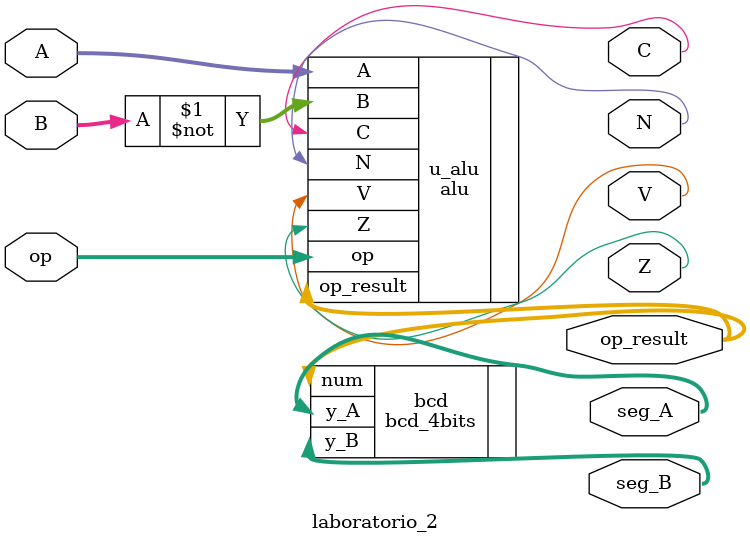
<source format=sv>
module laboratorio_2 #(
	parameter int W=4
)(

		input logic [W-1:0] A, B,
		
		//operation(identificador que hay que aumentar por la cantidad de cosillas que queramos implementar)
		input logic [3:0] op,
		
		output logic [W-1:0] op_result,
		output logic [0:6] seg_A, seg_B,
		//lo pongo como un bus por mientras pero se puede tratar como cada una señal por aparte
		output logic N, Z, C, V
  
);

	alu #(.W(W)) u_alu (
        .A(A),
        .B(~B),
        .op(op),
        .op_result(op_result),
        .N(N),
        .Z(Z),
        .C(C),
        .V(V)
    );

	bcd_4bits bcd(
		.num(op_result),
		.y_A(seg_A),
		.y_B(seg_B)
	);

endmodule
</source>
